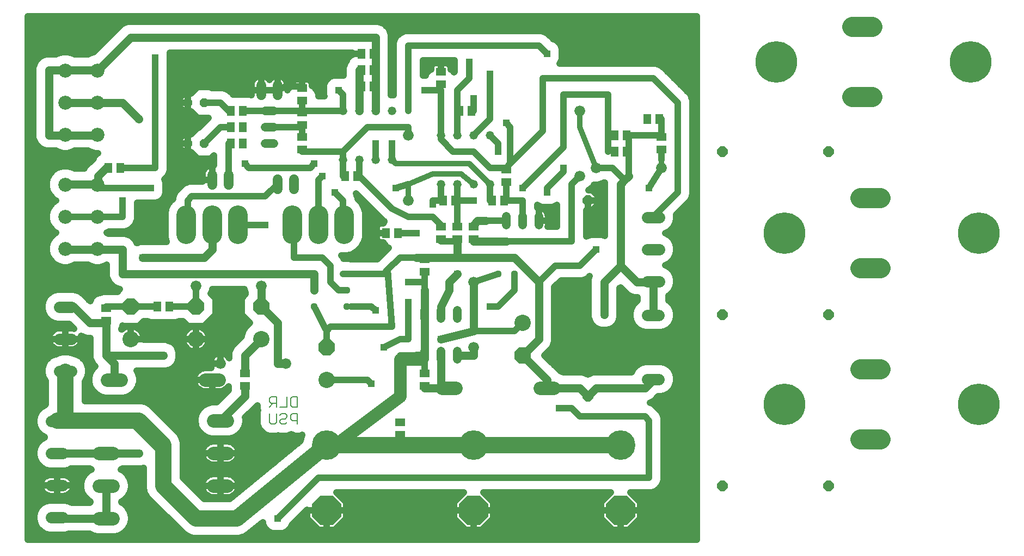
<source format=gbl>
G75*
%MOIN*%
%OFA0B0*%
%FSLAX25Y25*%
%IPPOS*%
%LPD*%
%AMOC8*
5,1,8,0,0,1.08239X$1,22.5*
%
%ADD10C,0.00600*%
%ADD11C,0.18100*%
%ADD12OC8,0.18100*%
%ADD13R,0.05118X0.05906*%
%ADD14R,0.05906X0.05118*%
%ADD15C,0.10000*%
%ADD16OC8,0.10000*%
%ADD17C,0.06600*%
%ADD18C,0.08250*%
%ADD19C,0.05200*%
%ADD20C,0.06000*%
%ADD21OC8,0.05200*%
%ADD22C,0.05200*%
%ADD23C,0.04400*%
%ADD24C,0.08600*%
%ADD25OC8,0.06496*%
%ADD26C,0.11850*%
%ADD27C,0.12400*%
%ADD28C,0.25500*%
%ADD29C,0.07050*%
%ADD30C,0.04000*%
%ADD31C,0.05000*%
%ADD32R,0.03962X0.03962*%
%ADD33C,0.10000*%
%ADD34C,0.07600*%
%ADD35C,0.03200*%
D10*
X0193039Y0101868D02*
X0194106Y0100800D01*
X0196241Y0100800D01*
X0197309Y0101868D01*
X0197309Y0107205D01*
X0199484Y0106138D02*
X0200552Y0107205D01*
X0202687Y0107205D01*
X0203755Y0106138D01*
X0203755Y0105070D01*
X0202687Y0104003D01*
X0200552Y0104003D01*
X0199484Y0102935D01*
X0199484Y0101868D01*
X0200552Y0100800D01*
X0202687Y0100800D01*
X0203755Y0101868D01*
X0205930Y0104003D02*
X0206997Y0102935D01*
X0210200Y0102935D01*
X0210200Y0100800D02*
X0210200Y0107205D01*
X0206997Y0107205D01*
X0205930Y0106138D01*
X0205930Y0104003D01*
X0206997Y0111300D02*
X0205930Y0112368D01*
X0205930Y0116638D01*
X0206997Y0117705D01*
X0210200Y0117705D01*
X0210200Y0111300D01*
X0206997Y0111300D01*
X0203755Y0111300D02*
X0199484Y0111300D01*
X0197309Y0111300D02*
X0197309Y0117705D01*
X0194106Y0117705D01*
X0193039Y0116638D01*
X0193039Y0114503D01*
X0194106Y0113435D01*
X0197309Y0113435D01*
X0195174Y0113435D02*
X0193039Y0111300D01*
X0193039Y0107205D02*
X0193039Y0101868D01*
X0203755Y0111300D02*
X0203755Y0117705D01*
D11*
X0228000Y0088000D03*
X0318000Y0088000D03*
X0408000Y0088000D03*
D12*
X0408000Y0048000D03*
X0318000Y0048000D03*
X0228000Y0048000D03*
D13*
X0131740Y0173000D03*
X0124260Y0173000D03*
X0239260Y0253000D03*
X0246740Y0253000D03*
X0299260Y0238000D03*
X0306740Y0238000D03*
X0329260Y0238000D03*
X0336740Y0238000D03*
X0404260Y0268000D03*
X0411740Y0268000D03*
X0411740Y0278000D03*
X0404260Y0278000D03*
X0424260Y0288000D03*
X0431740Y0288000D03*
X0316740Y0293000D03*
X0309260Y0293000D03*
X0256740Y0308000D03*
X0249260Y0308000D03*
X0249260Y0318000D03*
X0256740Y0318000D03*
X0256740Y0328000D03*
X0249260Y0328000D03*
X0176740Y0293000D03*
X0169260Y0293000D03*
X0169260Y0283000D03*
X0176740Y0283000D03*
X0176740Y0273000D03*
X0169260Y0273000D03*
X0101740Y0258000D03*
X0094260Y0258000D03*
X0264260Y0218000D03*
X0271740Y0218000D03*
D14*
X0288000Y0201740D03*
X0288000Y0194260D03*
X0298000Y0214260D03*
X0308000Y0214260D03*
X0308000Y0221740D03*
X0298000Y0221740D03*
X0318000Y0221740D03*
X0318000Y0214260D03*
X0338000Y0249260D03*
X0338000Y0256740D03*
X0298000Y0309260D03*
X0298000Y0316740D03*
X0213000Y0306740D03*
X0213000Y0299260D03*
X0213000Y0291740D03*
X0213000Y0284260D03*
X0213000Y0276740D03*
X0213000Y0269260D03*
X0093000Y0171740D03*
X0093000Y0164260D03*
X0178000Y0131740D03*
X0178000Y0124260D03*
X0273000Y0101740D03*
X0273000Y0094260D03*
X0288000Y0124260D03*
X0288000Y0131740D03*
X0433000Y0269260D03*
X0433000Y0276740D03*
D15*
X0348000Y0163000D03*
X0228000Y0128000D03*
X0188000Y0153000D03*
X0148000Y0153000D03*
X0108000Y0153000D03*
D16*
X0108000Y0173000D03*
X0148000Y0173000D03*
X0188000Y0173000D03*
X0228000Y0148000D03*
X0348000Y0143000D03*
D17*
X0318000Y0148000D03*
X0318000Y0188000D03*
X0278000Y0238000D03*
X0278000Y0278000D03*
X0383000Y0293000D03*
X0393000Y0258000D03*
X0383000Y0253000D03*
X0433000Y0258000D03*
X0203000Y0138000D03*
X0163000Y0138000D03*
X0148000Y0185500D03*
X0188000Y0185500D03*
D18*
X0162125Y0128000D02*
X0153875Y0128000D01*
X0158875Y0103000D02*
X0167125Y0103000D01*
X0167125Y0083000D02*
X0158875Y0083000D01*
X0158875Y0063000D02*
X0167125Y0063000D01*
X0167125Y0043000D02*
X0158875Y0043000D01*
X0097125Y0043000D02*
X0088875Y0043000D01*
X0088875Y0063000D02*
X0097125Y0063000D01*
X0097125Y0083000D02*
X0088875Y0083000D01*
X0088875Y0103000D02*
X0097125Y0103000D01*
X0093875Y0128000D02*
X0102125Y0128000D01*
X0298875Y0123000D02*
X0307125Y0123000D01*
X0358875Y0123000D02*
X0367125Y0123000D01*
D19*
X0328000Y0248000D03*
X0318000Y0248000D03*
X0308000Y0248000D03*
X0298000Y0248000D03*
X0268000Y0263000D03*
X0258000Y0263000D03*
X0248000Y0263000D03*
X0238000Y0263000D03*
X0238000Y0293000D03*
X0248000Y0293000D03*
X0258000Y0293000D03*
X0268000Y0293000D03*
X0298000Y0278000D03*
X0308000Y0278000D03*
X0318000Y0278000D03*
X0328000Y0278000D03*
D20*
X0208000Y0251000D02*
X0208000Y0245000D01*
X0198000Y0245000D02*
X0198000Y0251000D01*
X0168000Y0253500D02*
X0168000Y0247500D01*
X0158000Y0247500D02*
X0158000Y0253500D01*
X0188000Y0302500D02*
X0188000Y0308500D01*
X0198000Y0308500D02*
X0198000Y0302500D01*
D21*
X0153000Y0298000D03*
X0143000Y0298000D03*
X0143000Y0273000D03*
X0153000Y0273000D03*
D22*
X0190400Y0273000D02*
X0195600Y0273000D01*
X0195600Y0283000D02*
X0190400Y0283000D01*
X0190400Y0293000D02*
X0195600Y0293000D01*
X0338000Y0228100D02*
X0338000Y0222900D01*
X0348000Y0222900D02*
X0348000Y0228100D01*
X0358000Y0228100D02*
X0358000Y0222900D01*
X0308000Y0170600D02*
X0308000Y0165400D01*
X0298000Y0165400D02*
X0298000Y0170600D01*
X0288000Y0170600D02*
X0288000Y0165400D01*
X0288000Y0145600D02*
X0288000Y0140400D01*
X0298000Y0140400D02*
X0298000Y0145600D01*
X0308000Y0145600D02*
X0308000Y0140400D01*
D23*
X0240500Y0173000D03*
X0240500Y0183000D03*
X0240500Y0193000D03*
X0220500Y0193000D03*
X0220500Y0183000D03*
X0220500Y0173000D03*
X0333000Y0193000D03*
X0343000Y0193000D03*
X0353000Y0193000D03*
D24*
X0087685Y0208315D03*
X0068000Y0208315D03*
X0068000Y0228000D03*
X0087685Y0228000D03*
X0087685Y0247685D03*
X0068000Y0247685D03*
X0068000Y0278315D03*
X0087685Y0278315D03*
X0087685Y0298000D03*
X0068000Y0298000D03*
X0068000Y0317685D03*
X0087685Y0317685D03*
D25*
X0388000Y0238000D03*
X0470500Y0268000D03*
X0535500Y0268000D03*
X0535500Y0168000D03*
X0470500Y0168000D03*
X0388000Y0118000D03*
X0470500Y0063000D03*
X0535500Y0063000D03*
D26*
X0238800Y0217075D02*
X0238800Y0228925D01*
X0223000Y0228925D02*
X0223000Y0217075D01*
X0207200Y0217075D02*
X0207200Y0228925D01*
X0173800Y0228925D02*
X0173800Y0217075D01*
X0158000Y0217075D02*
X0158000Y0228925D01*
X0142200Y0228925D02*
X0142200Y0217075D01*
D27*
X0549800Y0301500D02*
X0562200Y0301500D01*
X0562200Y0344500D02*
X0549800Y0344500D01*
X0554800Y0239500D02*
X0567200Y0239500D01*
X0567200Y0196500D02*
X0554800Y0196500D01*
X0554800Y0134500D02*
X0567200Y0134500D01*
X0567200Y0091500D02*
X0554800Y0091500D01*
D28*
X0508500Y0113000D03*
X0627500Y0113000D03*
X0627500Y0218000D03*
X0508500Y0218000D03*
X0503500Y0323000D03*
X0622500Y0323000D03*
D29*
X0431604Y0227685D02*
X0424554Y0227685D01*
X0424554Y0208000D02*
X0431604Y0208000D01*
X0431604Y0188315D02*
X0424554Y0188315D01*
X0424475Y0167685D02*
X0431525Y0167685D01*
X0431525Y0128315D02*
X0424475Y0128315D01*
X0071604Y0133315D02*
X0064554Y0133315D01*
X0064554Y0153000D02*
X0071604Y0153000D01*
X0071604Y0172685D02*
X0064554Y0172685D01*
X0066525Y0102528D02*
X0059475Y0102528D01*
X0059475Y0082843D02*
X0066525Y0082843D01*
X0066525Y0063157D02*
X0059475Y0063157D01*
X0059475Y0043472D02*
X0066525Y0043472D01*
D30*
X0045000Y0030000D02*
X0045000Y0350961D01*
X0454701Y0350961D01*
X0454701Y0030000D01*
X0045000Y0030000D01*
X0045000Y0033000D02*
X0057893Y0033000D01*
X0058089Y0032947D02*
X0067911Y0032947D01*
X0069973Y0033500D01*
X0083079Y0033500D01*
X0084581Y0032633D01*
X0087410Y0031875D01*
X0098590Y0031875D01*
X0101419Y0032633D01*
X0103956Y0034098D01*
X0106027Y0036169D01*
X0107492Y0038706D01*
X0108250Y0041535D01*
X0108250Y0044465D01*
X0107492Y0047294D01*
X0106027Y0049831D01*
X0103956Y0051902D01*
X0102500Y0052743D01*
X0102500Y0053257D01*
X0103956Y0054098D01*
X0106027Y0056169D01*
X0107492Y0058706D01*
X0108250Y0061535D01*
X0108250Y0064465D01*
X0107492Y0067294D01*
X0106027Y0069831D01*
X0103956Y0071902D01*
X0102054Y0073000D01*
X0102921Y0073500D01*
X0114890Y0073500D01*
X0116000Y0073960D01*
X0116000Y0061420D01*
X0116818Y0058368D01*
X0118398Y0055632D01*
X0140632Y0033398D01*
X0143368Y0031818D01*
X0146420Y0031000D01*
X0172401Y0031000D01*
X0173378Y0030902D01*
X0173975Y0031000D01*
X0174580Y0031000D01*
X0175528Y0031254D01*
X0176496Y0031412D01*
X0177048Y0031661D01*
X0177632Y0031818D01*
X0178482Y0032308D01*
X0179376Y0032712D01*
X0179844Y0033095D01*
X0180368Y0033398D01*
X0181062Y0034091D01*
X0189019Y0040602D01*
X0189019Y0039627D01*
X0190085Y0037054D01*
X0192054Y0035085D01*
X0194627Y0034019D01*
X0196164Y0034019D01*
X0196210Y0034000D01*
X0199790Y0034000D01*
X0199836Y0034019D01*
X0201373Y0034019D01*
X0203946Y0035085D01*
X0205915Y0037054D01*
X0206717Y0038989D01*
X0215950Y0048222D01*
X0215950Y0048000D01*
X0228000Y0048000D01*
X0240050Y0048000D01*
X0240050Y0052991D01*
X0234041Y0059000D01*
X0311959Y0059000D01*
X0305950Y0052991D01*
X0305950Y0048000D01*
X0318000Y0048000D01*
X0330050Y0048000D01*
X0330050Y0052991D01*
X0324041Y0059000D01*
X0401959Y0059000D01*
X0395950Y0052991D01*
X0395950Y0048000D01*
X0408000Y0048000D01*
X0420050Y0048000D01*
X0420050Y0052991D01*
X0414041Y0059000D01*
X0427290Y0059000D01*
X0430598Y0060370D01*
X0433130Y0062902D01*
X0434500Y0066210D01*
X0434500Y0104790D01*
X0433130Y0108098D01*
X0430598Y0110630D01*
X0428098Y0113130D01*
X0426047Y0113979D01*
X0428381Y0114946D01*
X0431225Y0117790D01*
X0432911Y0117790D01*
X0435587Y0118507D01*
X0437987Y0119893D01*
X0439947Y0121852D01*
X0441333Y0124252D01*
X0442050Y0126929D01*
X0442050Y0129701D01*
X0441333Y0132377D01*
X0439947Y0134777D01*
X0437987Y0136737D01*
X0435587Y0138123D01*
X0432911Y0138840D01*
X0423089Y0138840D01*
X0420412Y0138123D01*
X0418012Y0136737D01*
X0416053Y0134777D01*
X0414738Y0132500D01*
X0391110Y0132500D01*
X0388000Y0131212D01*
X0384890Y0132500D01*
X0372920Y0132500D01*
X0371419Y0133367D01*
X0370940Y0133495D01*
X0361435Y0143000D01*
X0363381Y0144946D01*
X0366054Y0147619D01*
X0367500Y0151110D01*
X0367500Y0184772D01*
X0371728Y0189000D01*
X0384790Y0189000D01*
X0388098Y0190370D01*
X0389124Y0191396D01*
X0388500Y0189890D01*
X0388500Y0166110D01*
X0389019Y0164858D01*
X0389019Y0164627D01*
X0390085Y0162054D01*
X0392054Y0160085D01*
X0394627Y0159019D01*
X0394858Y0159019D01*
X0396110Y0158500D01*
X0399890Y0158500D01*
X0401142Y0159019D01*
X0401373Y0159019D01*
X0403946Y0160085D01*
X0405915Y0162054D01*
X0406981Y0164627D01*
X0406981Y0164858D01*
X0407500Y0166110D01*
X0407500Y0184065D01*
X0408000Y0184565D01*
X0409946Y0182619D01*
X0412619Y0179946D01*
X0416110Y0178500D01*
X0418500Y0178500D01*
X0418500Y0176389D01*
X0418012Y0176107D01*
X0416053Y0174148D01*
X0414667Y0171748D01*
X0413950Y0169071D01*
X0413950Y0166299D01*
X0414667Y0163623D01*
X0416053Y0161223D01*
X0418012Y0159263D01*
X0420412Y0157877D01*
X0423089Y0157160D01*
X0432911Y0157160D01*
X0435587Y0157877D01*
X0437987Y0159263D01*
X0439947Y0161223D01*
X0441333Y0163623D01*
X0442050Y0166299D01*
X0442050Y0169071D01*
X0441333Y0171748D01*
X0439947Y0174148D01*
X0437987Y0176107D01*
X0437500Y0176389D01*
X0437500Y0179566D01*
X0438066Y0179893D01*
X0440026Y0181852D01*
X0441411Y0184252D01*
X0442129Y0186929D01*
X0442129Y0189701D01*
X0441411Y0192377D01*
X0440026Y0194777D01*
X0438066Y0196737D01*
X0435666Y0198123D01*
X0435536Y0198157D01*
X0435666Y0198192D01*
X0438066Y0199578D01*
X0440026Y0201537D01*
X0441411Y0203937D01*
X0442129Y0206614D01*
X0442129Y0209386D01*
X0441411Y0212062D01*
X0440026Y0214462D01*
X0438066Y0216422D01*
X0435666Y0217808D01*
X0435536Y0217843D01*
X0435666Y0217877D01*
X0438066Y0219263D01*
X0440026Y0221223D01*
X0441411Y0223623D01*
X0442129Y0226299D01*
X0442129Y0229071D01*
X0442059Y0229331D01*
X0448098Y0235370D01*
X0450630Y0237902D01*
X0452000Y0241210D01*
X0452000Y0299790D01*
X0450630Y0303098D01*
X0435630Y0318098D01*
X0433098Y0320630D01*
X0429790Y0322000D01*
X0370862Y0322000D01*
X0370915Y0322054D01*
X0371981Y0324627D01*
X0371981Y0326164D01*
X0372000Y0326210D01*
X0372000Y0329790D01*
X0371981Y0329836D01*
X0371981Y0331373D01*
X0370915Y0333946D01*
X0368946Y0335915D01*
X0367011Y0336717D01*
X0363098Y0340630D01*
X0359790Y0342000D01*
X0276210Y0342000D01*
X0272902Y0340630D01*
X0270370Y0338098D01*
X0269000Y0334790D01*
X0269000Y0302600D01*
X0267500Y0302600D01*
X0267500Y0339890D01*
X0266054Y0343381D01*
X0263381Y0346054D01*
X0259890Y0347500D01*
X0106110Y0347500D01*
X0102619Y0346054D01*
X0085313Y0328748D01*
X0083323Y0328215D01*
X0082085Y0327500D01*
X0073600Y0327500D01*
X0072362Y0328215D01*
X0069488Y0328985D01*
X0066512Y0328985D01*
X0063638Y0328215D01*
X0062400Y0327500D01*
X0056110Y0327500D01*
X0052619Y0326054D01*
X0049946Y0323381D01*
X0048500Y0319890D01*
X0048500Y0276110D01*
X0049946Y0272619D01*
X0052619Y0269946D01*
X0056110Y0268500D01*
X0062400Y0268500D01*
X0063638Y0267785D01*
X0066512Y0267015D01*
X0069488Y0267015D01*
X0072362Y0267785D01*
X0073600Y0268500D01*
X0082085Y0268500D01*
X0083323Y0267785D01*
X0086197Y0267015D01*
X0088044Y0267015D01*
X0087736Y0266887D01*
X0085766Y0264918D01*
X0085260Y0263695D01*
X0079946Y0258381D01*
X0079581Y0257500D01*
X0073600Y0257500D01*
X0072362Y0258215D01*
X0069488Y0258985D01*
X0066512Y0258985D01*
X0063638Y0258215D01*
X0061062Y0256727D01*
X0058958Y0254623D01*
X0057470Y0252047D01*
X0056700Y0249173D01*
X0056700Y0246197D01*
X0057470Y0243323D01*
X0058958Y0240747D01*
X0061062Y0238643D01*
X0062448Y0237843D01*
X0061062Y0237042D01*
X0058958Y0234938D01*
X0057470Y0232362D01*
X0056700Y0229488D01*
X0056700Y0226512D01*
X0057470Y0223638D01*
X0058958Y0221062D01*
X0061062Y0218958D01*
X0062448Y0218157D01*
X0061062Y0217357D01*
X0058958Y0215253D01*
X0057470Y0212677D01*
X0056700Y0209803D01*
X0056700Y0206827D01*
X0057470Y0203953D01*
X0058958Y0201377D01*
X0061062Y0199273D01*
X0063638Y0197785D01*
X0066512Y0197015D01*
X0069488Y0197015D01*
X0072362Y0197785D01*
X0073600Y0198500D01*
X0082085Y0198500D01*
X0083323Y0197785D01*
X0086197Y0197015D01*
X0089173Y0197015D01*
X0092047Y0197785D01*
X0093285Y0198500D01*
X0093500Y0198500D01*
X0093500Y0191110D01*
X0094946Y0187619D01*
X0097619Y0184946D01*
X0101110Y0183500D01*
X0101529Y0183500D01*
X0100029Y0182000D01*
X0091210Y0182000D01*
X0089518Y0181299D01*
X0088655Y0181299D01*
X0086082Y0180234D01*
X0084113Y0178264D01*
X0083251Y0176184D01*
X0081054Y0178381D01*
X0078381Y0181054D01*
X0077594Y0181380D01*
X0075666Y0182493D01*
X0072989Y0183210D01*
X0063168Y0183210D01*
X0060491Y0182493D01*
X0058091Y0181107D01*
X0056132Y0179148D01*
X0054746Y0176748D01*
X0054029Y0174071D01*
X0054029Y0171299D01*
X0054746Y0168623D01*
X0056132Y0166223D01*
X0058091Y0164263D01*
X0060491Y0162877D01*
X0063168Y0162160D01*
X0070405Y0162160D01*
X0073251Y0159314D01*
X0072879Y0159413D01*
X0072031Y0159525D01*
X0068079Y0159525D01*
X0068079Y0153000D01*
X0078129Y0153000D01*
X0068079Y0153000D01*
X0068079Y0153000D01*
X0068079Y0153000D01*
X0068079Y0146475D01*
X0072031Y0146475D01*
X0072879Y0146587D01*
X0073706Y0146808D01*
X0074496Y0147135D01*
X0075237Y0147563D01*
X0075915Y0148084D01*
X0076520Y0148689D01*
X0077041Y0149367D01*
X0077468Y0150108D01*
X0077796Y0150898D01*
X0078017Y0151724D01*
X0078129Y0152572D01*
X0078129Y0153000D01*
X0078129Y0153428D01*
X0078017Y0154276D01*
X0077865Y0154844D01*
X0081110Y0153500D01*
X0083500Y0153500D01*
X0083500Y0141110D01*
X0084946Y0137619D01*
X0086353Y0136212D01*
X0084973Y0134831D01*
X0083508Y0132294D01*
X0082750Y0129465D01*
X0082750Y0126535D01*
X0083508Y0123706D01*
X0084973Y0121169D01*
X0087044Y0119098D01*
X0089581Y0117633D01*
X0092410Y0116875D01*
X0103590Y0116875D01*
X0106419Y0117633D01*
X0108956Y0119098D01*
X0111027Y0121169D01*
X0112492Y0123706D01*
X0113250Y0126535D01*
X0113250Y0129465D01*
X0112492Y0132294D01*
X0111796Y0133500D01*
X0129890Y0133500D01*
X0131142Y0134019D01*
X0131373Y0134019D01*
X0133946Y0135085D01*
X0135915Y0137054D01*
X0136981Y0139627D01*
X0136981Y0139858D01*
X0137500Y0141110D01*
X0137500Y0144890D01*
X0136981Y0146142D01*
X0136981Y0146373D01*
X0135915Y0148946D01*
X0133946Y0150915D01*
X0131373Y0151981D01*
X0131142Y0151981D01*
X0129890Y0152500D01*
X0116000Y0152500D01*
X0116000Y0153000D01*
X0116000Y0153524D01*
X0115863Y0154564D01*
X0115592Y0155577D01*
X0115190Y0156546D01*
X0114666Y0157454D01*
X0114028Y0158286D01*
X0113286Y0159028D01*
X0112454Y0159666D01*
X0111546Y0160190D01*
X0110577Y0160592D01*
X0109564Y0160863D01*
X0108524Y0161000D01*
X0108000Y0161000D01*
X0108000Y0153000D01*
X0108000Y0153000D01*
X0116000Y0153000D01*
X0108000Y0153000D01*
X0108000Y0153000D01*
X0108000Y0161000D01*
X0107476Y0161000D01*
X0106436Y0160863D01*
X0105423Y0160592D01*
X0104454Y0160190D01*
X0103546Y0159666D01*
X0102714Y0159028D01*
X0102500Y0158814D01*
X0102500Y0159215D01*
X0102953Y0160308D01*
X0102953Y0161077D01*
X0103029Y0161000D01*
X0112971Y0161000D01*
X0115971Y0164000D01*
X0118008Y0164000D01*
X0120308Y0163047D01*
X0135692Y0163047D01*
X0137992Y0164000D01*
X0140029Y0164000D01*
X0143029Y0161000D01*
X0152971Y0161000D01*
X0160000Y0168029D01*
X0160000Y0177971D01*
X0157176Y0180794D01*
X0157598Y0181524D01*
X0158127Y0183500D01*
X0177873Y0183500D01*
X0178402Y0181524D01*
X0178500Y0181354D01*
X0178500Y0180471D01*
X0176000Y0177971D01*
X0176000Y0168029D01*
X0181136Y0162893D01*
X0180632Y0162602D01*
X0178398Y0160368D01*
X0176818Y0157632D01*
X0176000Y0154580D01*
X0176000Y0154435D01*
X0169946Y0148381D01*
X0168500Y0144890D01*
X0168500Y0141083D01*
X0168388Y0141302D01*
X0167805Y0142104D01*
X0167104Y0142805D01*
X0166302Y0143388D01*
X0165418Y0143838D01*
X0164475Y0144145D01*
X0163496Y0144300D01*
X0163000Y0144300D01*
X0163000Y0138000D01*
X0163000Y0138000D01*
X0163000Y0138000D01*
X0156700Y0138000D01*
X0156700Y0138496D01*
X0156855Y0139475D01*
X0157162Y0140418D01*
X0157612Y0141302D01*
X0158195Y0142104D01*
X0158896Y0142805D01*
X0159698Y0143388D01*
X0160582Y0143838D01*
X0161525Y0144145D01*
X0162504Y0144300D01*
X0163000Y0144300D01*
X0163000Y0138000D01*
X0156700Y0138000D01*
X0156700Y0137504D01*
X0156855Y0136525D01*
X0157162Y0135582D01*
X0157394Y0135125D01*
X0153408Y0135125D01*
X0152482Y0135003D01*
X0151580Y0134761D01*
X0150717Y0134404D01*
X0149908Y0133937D01*
X0149167Y0133368D01*
X0148507Y0132708D01*
X0147938Y0131967D01*
X0147471Y0131158D01*
X0147114Y0130295D01*
X0146872Y0129393D01*
X0146750Y0128467D01*
X0146750Y0128000D01*
X0158000Y0128000D01*
X0158000Y0120875D01*
X0162592Y0120875D01*
X0163518Y0120997D01*
X0164420Y0121239D01*
X0165283Y0121596D01*
X0166092Y0122063D01*
X0166833Y0122632D01*
X0167493Y0123292D01*
X0168047Y0124014D01*
X0168047Y0121482D01*
X0160690Y0114125D01*
X0157410Y0114125D01*
X0154581Y0113367D01*
X0152044Y0111902D01*
X0149973Y0109831D01*
X0148508Y0107294D01*
X0147750Y0104465D01*
X0147750Y0101535D01*
X0148508Y0098706D01*
X0149973Y0096169D01*
X0152044Y0094098D01*
X0154581Y0092633D01*
X0157410Y0091875D01*
X0168590Y0091875D01*
X0171419Y0092633D01*
X0173956Y0094098D01*
X0176027Y0096169D01*
X0177492Y0098706D01*
X0178250Y0101535D01*
X0178250Y0104465D01*
X0178176Y0104741D01*
X0183381Y0109946D01*
X0185739Y0112304D01*
X0185739Y0109848D01*
X0185985Y0109253D01*
X0185739Y0108658D01*
X0185739Y0103320D01*
X0185739Y0103320D01*
X0185739Y0101883D01*
X0185739Y0100416D01*
X0185739Y0100415D01*
X0186246Y0099192D01*
X0186850Y0097732D01*
X0187874Y0096708D01*
X0188904Y0095679D01*
X0188947Y0095636D01*
X0189971Y0094611D01*
X0192035Y0093757D01*
X0192654Y0093500D01*
X0192654Y0093500D01*
X0192654Y0093500D01*
X0194122Y0093500D01*
X0197693Y0093500D01*
X0198397Y0093791D01*
X0198417Y0093783D01*
X0199100Y0093500D01*
X0200536Y0093500D01*
X0204139Y0093500D01*
X0206443Y0094455D01*
X0208748Y0093500D01*
X0211652Y0093500D01*
X0213008Y0094062D01*
X0212039Y0090446D01*
X0168716Y0055000D01*
X0152971Y0055000D01*
X0140000Y0067971D01*
X0140000Y0089580D01*
X0139182Y0092632D01*
X0137602Y0095368D01*
X0122602Y0110368D01*
X0120368Y0112602D01*
X0117632Y0114182D01*
X0114580Y0115000D01*
X0080000Y0115000D01*
X0080000Y0126827D01*
X0080026Y0126852D01*
X0081411Y0129252D01*
X0082129Y0131929D01*
X0082129Y0134701D01*
X0081411Y0137377D01*
X0080026Y0139777D01*
X0078066Y0141737D01*
X0075666Y0143123D01*
X0073428Y0143722D01*
X0072632Y0144182D01*
X0069580Y0145000D01*
X0066420Y0145000D01*
X0063368Y0144182D01*
X0062435Y0143644D01*
X0060491Y0143123D01*
X0058091Y0141737D01*
X0056132Y0139777D01*
X0054746Y0137377D01*
X0054029Y0134701D01*
X0054029Y0131929D01*
X0054746Y0129252D01*
X0056000Y0127080D01*
X0056000Y0112815D01*
X0055632Y0112602D01*
X0055300Y0112270D01*
X0053012Y0110950D01*
X0051053Y0108990D01*
X0049667Y0106590D01*
X0048950Y0103913D01*
X0048950Y0101142D01*
X0049667Y0098465D01*
X0051053Y0096065D01*
X0053012Y0094105D01*
X0055412Y0092720D01*
X0055542Y0092685D01*
X0055412Y0092650D01*
X0053012Y0091265D01*
X0051053Y0089305D01*
X0049667Y0086905D01*
X0048950Y0084228D01*
X0048950Y0081457D01*
X0049667Y0078780D01*
X0051053Y0076380D01*
X0053012Y0074420D01*
X0055412Y0073035D01*
X0058089Y0072318D01*
X0067911Y0072318D01*
X0070587Y0073035D01*
X0071393Y0073500D01*
X0083079Y0073500D01*
X0083946Y0073000D01*
X0082044Y0071902D01*
X0079973Y0069831D01*
X0078508Y0067294D01*
X0077750Y0064465D01*
X0077750Y0061535D01*
X0078508Y0058706D01*
X0079973Y0056169D01*
X0082044Y0054098D01*
X0083500Y0053257D01*
X0083500Y0052743D01*
X0083079Y0052500D01*
X0071939Y0052500D01*
X0070587Y0053280D01*
X0067911Y0053997D01*
X0058089Y0053997D01*
X0055412Y0053280D01*
X0053012Y0051895D01*
X0051053Y0049935D01*
X0049667Y0047535D01*
X0048950Y0044858D01*
X0048950Y0042087D01*
X0049667Y0039410D01*
X0051053Y0037010D01*
X0053012Y0035050D01*
X0055412Y0033665D01*
X0058089Y0032947D01*
X0051064Y0036999D02*
X0045000Y0036999D01*
X0045000Y0040997D02*
X0049242Y0040997D01*
X0048987Y0044996D02*
X0045000Y0044996D01*
X0045000Y0048994D02*
X0050510Y0048994D01*
X0054914Y0052993D02*
X0045000Y0052993D01*
X0045000Y0056991D02*
X0057311Y0056991D01*
X0057373Y0056966D02*
X0058199Y0056744D01*
X0059047Y0056632D01*
X0063000Y0056632D01*
X0066953Y0056632D01*
X0067801Y0056744D01*
X0068627Y0056966D01*
X0069417Y0057293D01*
X0070158Y0057720D01*
X0070836Y0058241D01*
X0071441Y0058846D01*
X0071962Y0059525D01*
X0072390Y0060265D01*
X0072717Y0061056D01*
X0072938Y0061882D01*
X0073050Y0062730D01*
X0073050Y0063157D01*
X0063000Y0063157D01*
X0063000Y0056632D01*
X0063000Y0063157D01*
X0063000Y0063157D01*
X0052950Y0063157D01*
X0052950Y0062730D01*
X0053062Y0061882D01*
X0053283Y0061056D01*
X0053610Y0060265D01*
X0054038Y0059525D01*
X0054559Y0058846D01*
X0055164Y0058241D01*
X0055842Y0057720D01*
X0056583Y0057293D01*
X0057373Y0056966D01*
X0063000Y0056991D02*
X0063000Y0056991D01*
X0063000Y0060990D02*
X0063000Y0060990D01*
X0063000Y0063157D02*
X0063000Y0063158D01*
X0063000Y0069682D01*
X0059047Y0069682D01*
X0058199Y0069571D01*
X0057373Y0069349D01*
X0056583Y0069022D01*
X0055842Y0068594D01*
X0055164Y0068074D01*
X0054559Y0067469D01*
X0054038Y0066790D01*
X0053610Y0066050D01*
X0053283Y0065259D01*
X0053062Y0064433D01*
X0052950Y0063585D01*
X0052950Y0063158D01*
X0063000Y0063158D01*
X0063000Y0063158D01*
X0063000Y0069682D01*
X0066953Y0069682D01*
X0067801Y0069571D01*
X0068627Y0069349D01*
X0069417Y0069022D01*
X0070158Y0068594D01*
X0070836Y0068074D01*
X0071441Y0067469D01*
X0071962Y0066790D01*
X0072390Y0066050D01*
X0072717Y0065259D01*
X0072938Y0064433D01*
X0073050Y0063585D01*
X0073050Y0063158D01*
X0063000Y0063158D01*
X0063000Y0063157D01*
X0063000Y0064988D02*
X0063000Y0064988D01*
X0063000Y0068987D02*
X0063000Y0068987D01*
X0056521Y0068987D02*
X0045000Y0068987D01*
X0045000Y0072985D02*
X0055598Y0072985D01*
X0050704Y0076984D02*
X0045000Y0076984D01*
X0045000Y0080982D02*
X0049077Y0080982D01*
X0049152Y0084981D02*
X0045000Y0084981D01*
X0045000Y0088979D02*
X0050865Y0088979D01*
X0054966Y0092978D02*
X0045000Y0092978D01*
X0045000Y0096976D02*
X0050527Y0096976D01*
X0048995Y0100975D02*
X0045000Y0100975D01*
X0045000Y0104973D02*
X0049234Y0104973D01*
X0051042Y0108972D02*
X0045000Y0108972D01*
X0045000Y0112970D02*
X0056000Y0112970D01*
X0056000Y0116969D02*
X0045000Y0116969D01*
X0045000Y0120967D02*
X0056000Y0120967D01*
X0056000Y0124966D02*
X0045000Y0124966D01*
X0045000Y0128964D02*
X0054912Y0128964D01*
X0054029Y0132963D02*
X0045000Y0132963D01*
X0045000Y0136961D02*
X0054634Y0136961D01*
X0057314Y0140960D02*
X0045000Y0140960D01*
X0045000Y0144958D02*
X0066265Y0144958D01*
X0068079Y0146475D02*
X0068079Y0153000D01*
X0068079Y0153000D01*
X0068079Y0159525D01*
X0064126Y0159525D01*
X0063278Y0159413D01*
X0062452Y0159192D01*
X0061662Y0158865D01*
X0060921Y0158437D01*
X0060242Y0157916D01*
X0059637Y0157311D01*
X0059117Y0156633D01*
X0058689Y0155892D01*
X0058362Y0155102D01*
X0058140Y0154276D01*
X0058029Y0153428D01*
X0058029Y0153000D01*
X0058029Y0152572D01*
X0058140Y0151724D01*
X0058362Y0150898D01*
X0058689Y0150108D01*
X0059117Y0149367D01*
X0059637Y0148689D01*
X0060242Y0148084D01*
X0060921Y0147563D01*
X0061662Y0147135D01*
X0062452Y0146808D01*
X0063278Y0146587D01*
X0064126Y0146475D01*
X0068079Y0146475D01*
X0069735Y0144958D02*
X0083500Y0144958D01*
X0083562Y0140960D02*
X0078843Y0140960D01*
X0081523Y0136961D02*
X0085604Y0136961D01*
X0083894Y0132963D02*
X0082129Y0132963D01*
X0082750Y0128964D02*
X0081245Y0128964D01*
X0080000Y0124966D02*
X0083171Y0124966D01*
X0085175Y0120967D02*
X0080000Y0120967D01*
X0080000Y0116969D02*
X0092061Y0116969D01*
X0103939Y0116969D02*
X0163534Y0116969D01*
X0163293Y0120967D02*
X0167532Y0120967D01*
X0158000Y0120967D02*
X0158000Y0120967D01*
X0158000Y0120875D02*
X0158000Y0128000D01*
X0158000Y0128000D01*
X0158000Y0128000D01*
X0146750Y0128000D01*
X0146750Y0127533D01*
X0146872Y0126607D01*
X0147114Y0125705D01*
X0147471Y0124842D01*
X0147938Y0124033D01*
X0148507Y0123292D01*
X0149167Y0122632D01*
X0149908Y0122063D01*
X0150717Y0121596D01*
X0151580Y0121239D01*
X0152482Y0120997D01*
X0153408Y0120875D01*
X0158000Y0120875D01*
X0158000Y0124966D02*
X0158000Y0124966D01*
X0152707Y0120967D02*
X0110825Y0120967D01*
X0112829Y0124966D02*
X0147420Y0124966D01*
X0146815Y0128964D02*
X0113250Y0128964D01*
X0112106Y0132963D02*
X0148762Y0132963D01*
X0156786Y0136961D02*
X0135823Y0136961D01*
X0137438Y0140960D02*
X0157437Y0140960D01*
X0163000Y0140960D02*
X0163000Y0140960D01*
X0168528Y0144958D02*
X0137472Y0144958D01*
X0135905Y0148957D02*
X0141097Y0148957D01*
X0141334Y0148546D02*
X0141972Y0147714D01*
X0142714Y0146972D01*
X0143546Y0146334D01*
X0144454Y0145810D01*
X0145423Y0145408D01*
X0146436Y0145137D01*
X0147476Y0145000D01*
X0148000Y0145000D01*
X0148524Y0145000D01*
X0149564Y0145137D01*
X0150577Y0145408D01*
X0151546Y0145810D01*
X0152454Y0146334D01*
X0153286Y0146972D01*
X0154028Y0147714D01*
X0154666Y0148546D01*
X0155190Y0149454D01*
X0155592Y0150423D01*
X0155863Y0151436D01*
X0156000Y0152476D01*
X0156000Y0153000D01*
X0156000Y0153524D01*
X0155863Y0154564D01*
X0155592Y0155577D01*
X0155190Y0156546D01*
X0154666Y0157454D01*
X0154028Y0158286D01*
X0153286Y0159028D01*
X0152454Y0159666D01*
X0151546Y0160190D01*
X0150577Y0160592D01*
X0149564Y0160863D01*
X0148524Y0161000D01*
X0148000Y0161000D01*
X0148000Y0153000D01*
X0148000Y0153000D01*
X0156000Y0153000D01*
X0148000Y0153000D01*
X0148000Y0153000D01*
X0148000Y0153000D01*
X0140000Y0153000D01*
X0140000Y0153524D01*
X0140137Y0154564D01*
X0140408Y0155577D01*
X0140810Y0156546D01*
X0141334Y0157454D01*
X0141972Y0158286D01*
X0142714Y0159028D01*
X0143546Y0159666D01*
X0144454Y0160190D01*
X0145423Y0160592D01*
X0146436Y0160863D01*
X0147476Y0161000D01*
X0148000Y0161000D01*
X0148000Y0153000D01*
X0148000Y0145000D01*
X0148000Y0153000D01*
X0148000Y0153000D01*
X0140000Y0153000D01*
X0140000Y0152476D01*
X0140137Y0151436D01*
X0140408Y0150423D01*
X0140810Y0149454D01*
X0141334Y0148546D01*
X0140000Y0152955D02*
X0116000Y0152955D01*
X0114955Y0156954D02*
X0141045Y0156954D01*
X0148000Y0156954D02*
X0148000Y0156954D01*
X0148000Y0160952D02*
X0148000Y0160952D01*
X0147114Y0160952D02*
X0108886Y0160952D01*
X0108000Y0160952D02*
X0108000Y0160952D01*
X0107114Y0160952D02*
X0102953Y0160952D01*
X0108000Y0156954D02*
X0108000Y0156954D01*
X0083500Y0152955D02*
X0078129Y0152955D01*
X0076726Y0148957D02*
X0083500Y0148957D01*
X0068079Y0148957D02*
X0068079Y0148957D01*
X0068079Y0152955D02*
X0068079Y0152955D01*
X0068079Y0153000D02*
X0058029Y0153000D01*
X0068079Y0153000D01*
X0068079Y0153000D01*
X0068079Y0156954D02*
X0068079Y0156954D01*
X0071613Y0160952D02*
X0045000Y0160952D01*
X0045000Y0156954D02*
X0059363Y0156954D01*
X0058029Y0152955D02*
X0045000Y0152955D01*
X0045000Y0148957D02*
X0059432Y0148957D01*
X0057403Y0164951D02*
X0045000Y0164951D01*
X0045000Y0168949D02*
X0054658Y0168949D01*
X0054029Y0172948D02*
X0045000Y0172948D01*
X0045000Y0176946D02*
X0054861Y0176946D01*
X0057929Y0180945D02*
X0045000Y0180945D01*
X0045000Y0184943D02*
X0097626Y0184943D01*
X0094398Y0188942D02*
X0045000Y0188942D01*
X0045000Y0192940D02*
X0093500Y0192940D01*
X0093500Y0196939D02*
X0045000Y0196939D01*
X0045000Y0200937D02*
X0059397Y0200937D01*
X0057207Y0204936D02*
X0045000Y0204936D01*
X0045000Y0208934D02*
X0056700Y0208934D01*
X0057618Y0212933D02*
X0045000Y0212933D01*
X0045000Y0216932D02*
X0060636Y0216932D01*
X0059089Y0220930D02*
X0045000Y0220930D01*
X0045000Y0224929D02*
X0057124Y0224929D01*
X0056700Y0228927D02*
X0045000Y0228927D01*
X0045000Y0232926D02*
X0057796Y0232926D01*
X0060943Y0236924D02*
X0045000Y0236924D01*
X0045000Y0240923D02*
X0058856Y0240923D01*
X0057042Y0244921D02*
X0045000Y0244921D01*
X0045000Y0248920D02*
X0056700Y0248920D01*
X0057973Y0252918D02*
X0045000Y0252918D01*
X0045000Y0256917D02*
X0061390Y0256917D01*
X0055115Y0268912D02*
X0045000Y0268912D01*
X0045000Y0264914D02*
X0085765Y0264914D01*
X0082480Y0260915D02*
X0045000Y0260915D01*
X0045000Y0272911D02*
X0049825Y0272911D01*
X0048500Y0276909D02*
X0045000Y0276909D01*
X0045000Y0280908D02*
X0048500Y0280908D01*
X0048500Y0284906D02*
X0045000Y0284906D01*
X0045000Y0288905D02*
X0048500Y0288905D01*
X0048500Y0292903D02*
X0045000Y0292903D01*
X0045000Y0296902D02*
X0048500Y0296902D01*
X0048500Y0300900D02*
X0045000Y0300900D01*
X0045000Y0304899D02*
X0048500Y0304899D01*
X0048500Y0308897D02*
X0045000Y0308897D01*
X0045000Y0312896D02*
X0048500Y0312896D01*
X0048500Y0316894D02*
X0045000Y0316894D01*
X0045000Y0320893D02*
X0048916Y0320893D01*
X0051456Y0324891D02*
X0045000Y0324891D01*
X0045000Y0328890D02*
X0066157Y0328890D01*
X0069843Y0328890D02*
X0085455Y0328890D01*
X0089453Y0332888D02*
X0045000Y0332888D01*
X0045000Y0336887D02*
X0093452Y0336887D01*
X0097450Y0340885D02*
X0045000Y0340885D01*
X0045000Y0344884D02*
X0101449Y0344884D01*
X0123000Y0325500D02*
X0123000Y0258000D01*
X0103000Y0258000D01*
X0088000Y0245500D02*
X0120500Y0245500D01*
X0129481Y0248873D02*
X0128638Y0250910D01*
X0130630Y0252902D01*
X0132000Y0256210D01*
X0132000Y0327290D01*
X0131981Y0327336D01*
X0131981Y0328500D01*
X0243701Y0328500D01*
X0243701Y0328000D01*
X0243701Y0327287D01*
X0242736Y0326887D01*
X0240766Y0324918D01*
X0240260Y0323695D01*
X0239946Y0323381D01*
X0238500Y0319890D01*
X0238500Y0314481D01*
X0237336Y0314481D01*
X0237290Y0314500D01*
X0233710Y0314500D01*
X0233664Y0314481D01*
X0232127Y0314481D01*
X0229554Y0313415D01*
X0227585Y0311446D01*
X0226519Y0308873D01*
X0226519Y0307336D01*
X0226500Y0307290D01*
X0226500Y0303710D01*
X0226519Y0303664D01*
X0226519Y0302127D01*
X0226571Y0302000D01*
X0222953Y0302000D01*
X0222953Y0303211D01*
X0221887Y0305784D01*
X0219918Y0307753D01*
X0218953Y0308153D01*
X0218953Y0309595D01*
X0218837Y0310174D01*
X0218611Y0310720D01*
X0218283Y0311212D01*
X0217865Y0311629D01*
X0217374Y0311958D01*
X0216828Y0312184D01*
X0216248Y0312299D01*
X0213000Y0312299D01*
X0213000Y0308819D01*
X0213000Y0308819D01*
X0213000Y0312299D01*
X0209752Y0312299D01*
X0209172Y0312184D01*
X0208626Y0311958D01*
X0208135Y0311629D01*
X0207717Y0311212D01*
X0207389Y0310720D01*
X0207163Y0310174D01*
X0207047Y0309595D01*
X0207047Y0308153D01*
X0206082Y0307753D01*
X0204113Y0305784D01*
X0204000Y0305511D01*
X0204000Y0308972D01*
X0203852Y0309905D01*
X0203560Y0310803D01*
X0203132Y0311645D01*
X0202577Y0312409D01*
X0201909Y0313077D01*
X0201145Y0313632D01*
X0200303Y0314060D01*
X0199405Y0314352D01*
X0198472Y0314500D01*
X0198000Y0314500D01*
X0198000Y0305500D01*
X0203000Y0308000D01*
X0213000Y0308000D01*
X0213000Y0308897D02*
X0213000Y0308897D01*
X0218953Y0308897D02*
X0226529Y0308897D01*
X0226500Y0304899D02*
X0222254Y0304899D01*
X0229034Y0312896D02*
X0202089Y0312896D01*
X0198000Y0312896D02*
X0198000Y0312896D01*
X0198000Y0314500D02*
X0197528Y0314500D01*
X0196595Y0314352D01*
X0195697Y0314060D01*
X0194855Y0313632D01*
X0194091Y0313077D01*
X0193423Y0312409D01*
X0193000Y0311826D01*
X0192577Y0312409D01*
X0191909Y0313077D01*
X0191145Y0313632D01*
X0190303Y0314060D01*
X0189405Y0314352D01*
X0188472Y0314500D01*
X0188000Y0314500D01*
X0188000Y0305500D01*
X0188000Y0305500D01*
X0194000Y0305500D01*
X0198000Y0305500D01*
X0198000Y0305500D01*
X0198000Y0314500D01*
X0193911Y0312896D02*
X0192089Y0312896D01*
X0188000Y0312896D02*
X0188000Y0312896D01*
X0188000Y0314500D02*
X0187528Y0314500D01*
X0186595Y0314352D01*
X0185697Y0314060D01*
X0184855Y0313632D01*
X0184091Y0313077D01*
X0183423Y0312409D01*
X0182868Y0311645D01*
X0182440Y0310803D01*
X0182148Y0309905D01*
X0182000Y0308972D01*
X0182000Y0305500D01*
X0188000Y0305500D01*
X0188000Y0305500D01*
X0188000Y0305500D01*
X0188000Y0314500D01*
X0183911Y0312896D02*
X0132000Y0312896D01*
X0132000Y0316894D02*
X0238500Y0316894D01*
X0238916Y0320893D02*
X0132000Y0320893D01*
X0132000Y0324891D02*
X0240755Y0324891D01*
X0243701Y0328000D02*
X0247181Y0328000D01*
X0247181Y0328000D01*
X0243701Y0328000D01*
X0267500Y0328890D02*
X0269000Y0328890D01*
X0269000Y0332888D02*
X0267500Y0332888D01*
X0267500Y0336887D02*
X0269868Y0336887D01*
X0267088Y0340885D02*
X0273519Y0340885D01*
X0278000Y0333000D02*
X0358000Y0333000D01*
X0363000Y0328000D01*
X0372000Y0328890D02*
X0454701Y0328890D01*
X0454701Y0332888D02*
X0371354Y0332888D01*
X0366841Y0336887D02*
X0454701Y0336887D01*
X0454701Y0340885D02*
X0362481Y0340885D01*
X0371981Y0324891D02*
X0454701Y0324891D01*
X0454701Y0320893D02*
X0432463Y0320893D01*
X0436834Y0316894D02*
X0454701Y0316894D01*
X0454701Y0312896D02*
X0440832Y0312896D01*
X0444831Y0308897D02*
X0454701Y0308897D01*
X0454701Y0304899D02*
X0448829Y0304899D01*
X0451540Y0300900D02*
X0454701Y0300900D01*
X0454701Y0296902D02*
X0452000Y0296902D01*
X0452000Y0292903D02*
X0454701Y0292903D01*
X0454701Y0288905D02*
X0452000Y0288905D01*
X0452000Y0284906D02*
X0454701Y0284906D01*
X0454701Y0280908D02*
X0452000Y0280908D01*
X0452000Y0276909D02*
X0454701Y0276909D01*
X0454701Y0272911D02*
X0452000Y0272911D01*
X0452000Y0268912D02*
X0454701Y0268912D01*
X0454701Y0264914D02*
X0452000Y0264914D01*
X0452000Y0260915D02*
X0454701Y0260915D01*
X0454701Y0256917D02*
X0452000Y0256917D01*
X0452000Y0252918D02*
X0454701Y0252918D01*
X0454701Y0248920D02*
X0452000Y0248920D01*
X0452000Y0244921D02*
X0454701Y0244921D01*
X0454701Y0240923D02*
X0451881Y0240923D01*
X0449652Y0236924D02*
X0454701Y0236924D01*
X0448098Y0235370D02*
X0448098Y0235370D01*
X0445653Y0232926D02*
X0454701Y0232926D01*
X0454701Y0228927D02*
X0442129Y0228927D01*
X0441761Y0224929D02*
X0454701Y0224929D01*
X0454701Y0220930D02*
X0439733Y0220930D01*
X0437184Y0216932D02*
X0454701Y0216932D01*
X0454701Y0212933D02*
X0440909Y0212933D01*
X0442129Y0208934D02*
X0454701Y0208934D01*
X0454701Y0204936D02*
X0441679Y0204936D01*
X0439426Y0200937D02*
X0454701Y0200937D01*
X0454701Y0196939D02*
X0437717Y0196939D01*
X0441086Y0192940D02*
X0454701Y0192940D01*
X0454701Y0188942D02*
X0442129Y0188942D01*
X0441597Y0184943D02*
X0454701Y0184943D01*
X0454701Y0180945D02*
X0439118Y0180945D01*
X0437500Y0176946D02*
X0454701Y0176946D01*
X0454701Y0172948D02*
X0440640Y0172948D01*
X0442050Y0168949D02*
X0454701Y0168949D01*
X0454701Y0164951D02*
X0441689Y0164951D01*
X0439677Y0160952D02*
X0454701Y0160952D01*
X0454701Y0156954D02*
X0367500Y0156954D01*
X0367500Y0160952D02*
X0391186Y0160952D01*
X0388980Y0164951D02*
X0367500Y0164951D01*
X0367500Y0168949D02*
X0388500Y0168949D01*
X0388500Y0172948D02*
X0367500Y0172948D01*
X0367500Y0176946D02*
X0388500Y0176946D01*
X0388500Y0180945D02*
X0367500Y0180945D01*
X0367671Y0184943D02*
X0388500Y0184943D01*
X0388500Y0188942D02*
X0371670Y0188942D01*
X0368000Y0198000D02*
X0383000Y0198000D01*
X0393000Y0208000D01*
X0391164Y0216981D02*
X0389627Y0216981D01*
X0387054Y0215915D01*
X0387000Y0215862D01*
X0387000Y0231752D01*
X0388000Y0231752D01*
X0390588Y0231752D01*
X0394248Y0235412D01*
X0394248Y0238000D01*
X0394248Y0240588D01*
X0390588Y0244248D01*
X0388441Y0244248D01*
X0389324Y0244758D01*
X0391242Y0246676D01*
X0391833Y0247700D01*
X0394356Y0247700D01*
X0396976Y0248402D01*
X0398012Y0249000D01*
X0398500Y0249000D01*
X0398500Y0216100D01*
X0396373Y0216981D01*
X0394836Y0216981D01*
X0394790Y0217000D01*
X0391210Y0217000D01*
X0391164Y0216981D01*
X0389507Y0216932D02*
X0387000Y0216932D01*
X0387000Y0220930D02*
X0398500Y0220930D01*
X0398500Y0216932D02*
X0396493Y0216932D01*
X0398500Y0224929D02*
X0387000Y0224929D01*
X0387000Y0228927D02*
X0398500Y0228927D01*
X0398500Y0232926D02*
X0391762Y0232926D01*
X0388000Y0232926D02*
X0388000Y0232926D01*
X0388000Y0231752D02*
X0388000Y0238000D01*
X0394248Y0238000D01*
X0388000Y0238000D01*
X0388000Y0238000D01*
X0388000Y0238000D01*
X0388000Y0231752D01*
X0388000Y0236924D02*
X0388000Y0236924D01*
X0394248Y0236924D02*
X0398500Y0236924D01*
X0398500Y0240923D02*
X0393913Y0240923D01*
X0389487Y0244921D02*
X0398500Y0244921D01*
X0398500Y0248920D02*
X0397872Y0248920D01*
X0393000Y0258000D02*
X0403000Y0258000D01*
X0410500Y0250500D01*
X0413000Y0253000D02*
X0413000Y0278000D01*
X0433000Y0278000D01*
X0433000Y0288000D01*
X0443000Y0298000D02*
X0428000Y0313000D01*
X0360500Y0313000D01*
X0360500Y0280500D01*
X0340500Y0260500D01*
X0340500Y0283000D01*
X0338000Y0285500D01*
X0328000Y0288000D02*
X0328000Y0315500D01*
X0315500Y0313000D02*
X0315500Y0323000D01*
X0306500Y0324000D02*
X0306500Y0316728D01*
X0306222Y0316450D01*
X0304918Y0317753D01*
X0303953Y0318153D01*
X0303953Y0319595D01*
X0303837Y0320174D01*
X0303611Y0320720D01*
X0303283Y0321212D01*
X0302865Y0321629D01*
X0302374Y0321958D01*
X0301828Y0322184D01*
X0301248Y0322299D01*
X0298000Y0322299D01*
X0298000Y0318819D01*
X0298000Y0318819D01*
X0298000Y0322299D01*
X0294752Y0322299D01*
X0294172Y0322184D01*
X0293626Y0321958D01*
X0293135Y0321629D01*
X0292717Y0321212D01*
X0292389Y0320720D01*
X0292163Y0320174D01*
X0292047Y0319595D01*
X0292047Y0318153D01*
X0291082Y0317753D01*
X0289113Y0315784D01*
X0288581Y0314500D01*
X0287000Y0314500D01*
X0287000Y0324000D01*
X0306500Y0324000D01*
X0306500Y0320893D02*
X0303496Y0320893D01*
X0305777Y0316894D02*
X0306500Y0316894D01*
X0298000Y0320893D02*
X0298000Y0320893D01*
X0292504Y0320893D02*
X0287000Y0320893D01*
X0287000Y0316894D02*
X0290223Y0316894D01*
X0288000Y0305500D02*
X0298000Y0305500D01*
X0298000Y0278000D01*
X0298000Y0275500D01*
X0305500Y0268000D01*
X0318000Y0268000D01*
X0328000Y0258000D01*
X0338000Y0258000D01*
X0340500Y0260500D01*
X0333000Y0268000D02*
X0333000Y0273000D01*
X0328000Y0278000D01*
X0318000Y0278000D02*
X0328000Y0288000D01*
X0318000Y0293000D02*
X0318000Y0300500D01*
X0308000Y0305500D02*
X0315500Y0313000D01*
X0308000Y0305500D02*
X0308000Y0278000D01*
X0278000Y0278000D02*
X0278000Y0283000D01*
X0253000Y0283000D01*
X0238000Y0268000D01*
X0213000Y0268000D01*
X0213000Y0278000D02*
X0213000Y0283000D01*
X0193000Y0283000D01*
X0193000Y0293000D02*
X0178000Y0293000D01*
X0168000Y0293000D02*
X0163000Y0298000D01*
X0153000Y0298000D01*
X0145024Y0303600D02*
X0143000Y0303600D01*
X0143000Y0298000D01*
X0143000Y0298000D01*
X0143000Y0292400D01*
X0145024Y0292400D01*
X0149024Y0288400D01*
X0155672Y0288400D01*
X0155370Y0288098D01*
X0149872Y0282600D01*
X0149024Y0282600D01*
X0145024Y0278600D01*
X0143000Y0278600D01*
X0143000Y0273000D01*
X0143000Y0273000D01*
X0143000Y0267400D01*
X0145024Y0267400D01*
X0149024Y0263400D01*
X0156976Y0263400D01*
X0159000Y0265424D01*
X0159000Y0259416D01*
X0158472Y0259500D01*
X0158000Y0259500D01*
X0158000Y0250500D01*
X0158000Y0250500D01*
X0158000Y0250500D01*
X0152000Y0250500D01*
X0152000Y0253972D01*
X0152148Y0254905D01*
X0152440Y0255803D01*
X0152868Y0256645D01*
X0153423Y0257409D01*
X0154091Y0258077D01*
X0154855Y0258632D01*
X0155697Y0259060D01*
X0156595Y0259352D01*
X0157528Y0259500D01*
X0158000Y0259500D01*
X0158000Y0250500D01*
X0152000Y0250500D01*
X0152000Y0249500D01*
X0143710Y0249500D01*
X0140402Y0248130D01*
X0137870Y0245598D01*
X0135370Y0243098D01*
X0134000Y0239790D01*
X0134000Y0239004D01*
X0131857Y0236861D01*
X0130156Y0233914D01*
X0129275Y0230627D01*
X0129275Y0215373D01*
X0130045Y0212500D01*
X0113610Y0212500D01*
X0112358Y0211981D01*
X0112127Y0211981D01*
X0111706Y0211807D01*
X0111054Y0213381D01*
X0108381Y0216054D01*
X0104890Y0217500D01*
X0094376Y0217500D01*
X0093237Y0218157D01*
X0094623Y0218958D01*
X0094666Y0219000D01*
X0104790Y0219000D01*
X0108098Y0220370D01*
X0110630Y0222902D01*
X0112000Y0226210D01*
X0112000Y0236500D01*
X0122290Y0236500D01*
X0122336Y0236519D01*
X0123873Y0236519D01*
X0126446Y0237585D01*
X0128415Y0239554D01*
X0129481Y0242127D01*
X0129481Y0243664D01*
X0129500Y0243710D01*
X0129500Y0247290D01*
X0129481Y0247336D01*
X0129481Y0248873D01*
X0129462Y0248920D02*
X0142309Y0248920D01*
X0137193Y0244921D02*
X0129500Y0244921D01*
X0128982Y0240923D02*
X0134469Y0240923D01*
X0131920Y0236924D02*
X0124852Y0236924D01*
X0129891Y0232926D02*
X0112000Y0232926D01*
X0112000Y0228927D02*
X0129275Y0228927D01*
X0129275Y0224929D02*
X0111469Y0224929D01*
X0108658Y0220930D02*
X0129275Y0220930D01*
X0129275Y0216932D02*
X0106262Y0216932D01*
X0111239Y0212933D02*
X0129929Y0212933D01*
X0143000Y0223000D02*
X0143000Y0238000D01*
X0145500Y0240500D01*
X0190500Y0240500D01*
X0198000Y0248000D01*
X0180500Y0258000D02*
X0178000Y0260500D01*
X0180500Y0258000D02*
X0218000Y0258000D01*
X0220500Y0260500D01*
X0225500Y0253000D02*
X0223000Y0250500D01*
X0223000Y0223000D01*
X0238000Y0223000D02*
X0238000Y0238000D01*
X0233000Y0243000D01*
X0245952Y0242320D02*
X0261410Y0226862D01*
X0262374Y0225751D01*
X0262669Y0225603D01*
X0262902Y0225370D01*
X0263466Y0225137D01*
X0263247Y0224918D01*
X0262847Y0223953D01*
X0261405Y0223953D01*
X0260826Y0223837D01*
X0260280Y0223611D01*
X0259788Y0223283D01*
X0259371Y0222865D01*
X0259042Y0222374D01*
X0258816Y0221828D01*
X0258701Y0221248D01*
X0258701Y0218000D01*
X0258701Y0214752D01*
X0258816Y0214172D01*
X0259042Y0213626D01*
X0259371Y0213135D01*
X0259788Y0212717D01*
X0260280Y0212389D01*
X0260826Y0212163D01*
X0261405Y0212047D01*
X0262847Y0212047D01*
X0263247Y0211082D01*
X0265216Y0209113D01*
X0266043Y0208771D01*
X0265370Y0208098D01*
X0260168Y0202895D01*
X0259871Y0202747D01*
X0259224Y0202000D01*
X0242813Y0202000D01*
X0242330Y0202200D01*
X0238670Y0202200D01*
X0238526Y0202141D01*
X0238130Y0203098D01*
X0237070Y0204158D01*
X0237098Y0204150D01*
X0240502Y0204150D01*
X0243789Y0205031D01*
X0246736Y0206732D01*
X0249143Y0209139D01*
X0250844Y0212086D01*
X0251725Y0215373D01*
X0251725Y0230627D01*
X0250844Y0233914D01*
X0249143Y0236861D01*
X0247000Y0239004D01*
X0247000Y0239790D01*
X0245952Y0242320D01*
X0246531Y0240923D02*
X0247349Y0240923D01*
X0249080Y0236924D02*
X0251348Y0236924D01*
X0251109Y0232926D02*
X0255347Y0232926D01*
X0251725Y0228927D02*
X0259345Y0228927D01*
X0263257Y0224929D02*
X0251725Y0224929D01*
X0251725Y0220930D02*
X0258701Y0220930D01*
X0258701Y0218000D02*
X0262181Y0218000D01*
X0262181Y0218000D01*
X0258701Y0218000D01*
X0258701Y0216932D02*
X0251725Y0216932D01*
X0251071Y0212933D02*
X0259572Y0212933D01*
X0265647Y0208934D02*
X0248938Y0208934D01*
X0243435Y0204936D02*
X0262208Y0204936D01*
X0265500Y0195500D02*
X0273000Y0203000D01*
X0283000Y0203000D01*
X0288000Y0193000D02*
X0288000Y0188000D01*
X0278000Y0188000D01*
X0265500Y0195500D02*
X0268000Y0160500D01*
X0230500Y0160500D01*
X0228000Y0158000D01*
X0228000Y0148000D01*
X0228000Y0158000D02*
X0220500Y0173000D01*
X0235500Y0183000D02*
X0230500Y0188000D01*
X0230500Y0198000D01*
X0225500Y0203000D01*
X0208000Y0203000D01*
X0208000Y0220500D01*
X0190500Y0223000D02*
X0173000Y0223000D01*
X0168000Y0248000D02*
X0168000Y0273000D01*
X0163000Y0283000D02*
X0153000Y0273000D01*
X0143000Y0273000D02*
X0143000Y0273000D01*
X0143000Y0273000D01*
X0137400Y0273000D01*
X0137400Y0275320D01*
X0140680Y0278600D01*
X0143000Y0278600D01*
X0143000Y0273000D01*
X0143000Y0267400D01*
X0140680Y0267400D01*
X0137400Y0270680D01*
X0137400Y0273000D01*
X0143000Y0273000D01*
X0143000Y0272911D02*
X0143000Y0272911D01*
X0143000Y0276909D02*
X0143000Y0276909D01*
X0138990Y0276909D02*
X0132000Y0276909D01*
X0132000Y0272911D02*
X0137400Y0272911D01*
X0139168Y0268912D02*
X0132000Y0268912D01*
X0132000Y0264914D02*
X0147510Y0264914D01*
X0143000Y0268912D02*
X0143000Y0268912D01*
X0132000Y0260915D02*
X0159000Y0260915D01*
X0159000Y0264914D02*
X0158490Y0264914D01*
X0158000Y0256917D02*
X0158000Y0256917D01*
X0158000Y0252918D02*
X0158000Y0252918D01*
X0152000Y0252918D02*
X0130637Y0252918D01*
X0132000Y0256917D02*
X0153066Y0256917D01*
X0147331Y0280908D02*
X0132000Y0280908D01*
X0132000Y0284906D02*
X0152178Y0284906D01*
X0148519Y0288905D02*
X0132000Y0288905D01*
X0132000Y0292903D02*
X0140177Y0292903D01*
X0140680Y0292400D02*
X0143000Y0292400D01*
X0143000Y0298000D01*
X0143000Y0298000D01*
X0143000Y0298000D01*
X0137400Y0298000D01*
X0137400Y0300320D01*
X0140680Y0303600D01*
X0143000Y0303600D01*
X0143000Y0298000D01*
X0137400Y0298000D01*
X0137400Y0295680D01*
X0140680Y0292400D01*
X0143000Y0292903D02*
X0143000Y0292903D01*
X0143000Y0296902D02*
X0143000Y0296902D01*
X0137400Y0296902D02*
X0132000Y0296902D01*
X0132000Y0300900D02*
X0137981Y0300900D01*
X0143000Y0300900D02*
X0143000Y0300900D01*
X0145024Y0303600D02*
X0149024Y0307600D01*
X0156976Y0307600D01*
X0157576Y0307000D01*
X0164790Y0307000D01*
X0168098Y0305630D01*
X0170630Y0303098D01*
X0170775Y0302953D01*
X0180692Y0302953D01*
X0182000Y0302411D01*
X0182000Y0305500D01*
X0188000Y0305500D01*
X0198000Y0305500D01*
X0198000Y0305500D01*
X0198000Y0308897D02*
X0198000Y0308897D01*
X0204000Y0308897D02*
X0207047Y0308897D01*
X0188000Y0308897D02*
X0188000Y0308897D01*
X0182000Y0308897D02*
X0132000Y0308897D01*
X0132000Y0304899D02*
X0146322Y0304899D01*
X0168829Y0304899D02*
X0182000Y0304899D01*
X0193000Y0293000D02*
X0213000Y0293000D01*
X0213000Y0298000D01*
X0213000Y0293000D02*
X0238000Y0293000D01*
X0238000Y0303000D01*
X0235500Y0305500D01*
X0238000Y0300500D02*
X0238000Y0293000D01*
X0258000Y0273000D02*
X0258000Y0263000D01*
X0248000Y0263000D02*
X0248000Y0253000D01*
X0268000Y0233000D01*
X0278000Y0228000D01*
X0293000Y0228000D01*
X0298000Y0223000D01*
X0308000Y0223000D02*
X0308000Y0238000D01*
X0318000Y0238000D01*
X0328000Y0238000D02*
X0328000Y0248000D01*
X0338000Y0248000D02*
X0338000Y0238000D01*
X0348000Y0238000D01*
X0348000Y0228000D01*
X0338000Y0225500D02*
X0325500Y0225500D01*
X0338000Y0213000D02*
X0378000Y0213000D01*
X0378000Y0248000D01*
X0383000Y0253000D01*
X0373000Y0255500D02*
X0363000Y0245500D01*
X0363000Y0243000D01*
X0361164Y0234019D02*
X0361210Y0234000D01*
X0364790Y0234000D01*
X0364836Y0234019D01*
X0366373Y0234019D01*
X0368946Y0235085D01*
X0369000Y0235138D01*
X0369000Y0222000D01*
X0363527Y0222000D01*
X0363600Y0222459D01*
X0363600Y0225500D01*
X0363600Y0228541D01*
X0363462Y0229411D01*
X0363190Y0230250D01*
X0362790Y0231035D01*
X0362271Y0231748D01*
X0361648Y0232371D01*
X0360935Y0232890D01*
X0360150Y0233290D01*
X0359311Y0233562D01*
X0358441Y0233700D01*
X0358000Y0233700D01*
X0358000Y0225500D01*
X0358000Y0225500D01*
X0363600Y0225500D01*
X0358000Y0225500D01*
X0358000Y0225500D01*
X0358000Y0233700D01*
X0357559Y0233700D01*
X0357000Y0233611D01*
X0357000Y0235138D01*
X0357054Y0235085D01*
X0359627Y0234019D01*
X0361164Y0234019D01*
X0360864Y0232926D02*
X0369000Y0232926D01*
X0369000Y0228927D02*
X0363539Y0228927D01*
X0363600Y0224929D02*
X0369000Y0224929D01*
X0358000Y0228927D02*
X0358000Y0228927D01*
X0358000Y0232926D02*
X0358000Y0232926D01*
X0348000Y0245500D02*
X0373000Y0270500D01*
X0373000Y0303000D01*
X0400500Y0303000D01*
X0400500Y0268000D01*
X0373000Y0258000D02*
X0373000Y0255500D01*
X0425500Y0245500D02*
X0433000Y0258000D01*
X0433000Y0263000D02*
X0433000Y0268000D01*
X0443000Y0243000D02*
X0443000Y0298000D01*
X0454701Y0344884D02*
X0264551Y0344884D01*
X0278000Y0333000D02*
X0278000Y0293000D01*
X0269000Y0304899D02*
X0267500Y0304899D01*
X0267500Y0308897D02*
X0269000Y0308897D01*
X0269000Y0312896D02*
X0267500Y0312896D01*
X0267500Y0316894D02*
X0269000Y0316894D01*
X0269000Y0320893D02*
X0267500Y0320893D01*
X0267500Y0324891D02*
X0269000Y0324891D01*
X0268000Y0273000D02*
X0268000Y0263000D01*
X0270500Y0245500D02*
X0278000Y0248000D01*
X0293000Y0238000D02*
X0293000Y0235500D01*
X0293000Y0238000D02*
X0298000Y0238000D01*
X0298000Y0248000D01*
X0308000Y0248000D02*
X0308000Y0238000D01*
X0283000Y0218000D02*
X0273000Y0218000D01*
X0298000Y0213000D02*
X0308000Y0213000D01*
X0318000Y0188000D02*
X0333000Y0193000D01*
X0343000Y0193000D02*
X0343000Y0183000D01*
X0333000Y0173000D01*
X0328000Y0173000D01*
X0343000Y0158000D02*
X0348000Y0163000D01*
X0343000Y0158000D02*
X0318000Y0158000D01*
X0288000Y0143000D02*
X0288000Y0133000D01*
X0273000Y0140500D02*
X0273000Y0143000D01*
X0283000Y0143000D01*
X0278000Y0153000D02*
X0273000Y0153000D01*
X0263000Y0148000D01*
X0278000Y0153000D02*
X0278000Y0175500D01*
X0288000Y0183000D02*
X0288000Y0188000D01*
X0265500Y0195500D02*
X0263000Y0193000D01*
X0238000Y0193000D01*
X0240500Y0183000D02*
X0235500Y0183000D01*
X0243000Y0173000D02*
X0255500Y0173000D01*
X0258000Y0170500D01*
X0253000Y0128000D02*
X0228000Y0128000D01*
X0253000Y0128000D02*
X0255500Y0125500D01*
X0273000Y0118000D02*
X0228000Y0083000D01*
X0212718Y0092978D02*
X0172016Y0092978D01*
X0170283Y0089404D02*
X0169420Y0089761D01*
X0168518Y0090003D01*
X0167592Y0090125D01*
X0163000Y0090125D01*
X0163000Y0083000D01*
X0163000Y0083000D01*
X0174250Y0083000D01*
X0174250Y0083467D01*
X0174128Y0084393D01*
X0173886Y0085295D01*
X0173529Y0086158D01*
X0173062Y0086967D01*
X0172493Y0087708D01*
X0171833Y0088368D01*
X0171092Y0088937D01*
X0170283Y0089404D01*
X0171019Y0088979D02*
X0210247Y0088979D01*
X0205359Y0084981D02*
X0173971Y0084981D01*
X0174250Y0083000D02*
X0163000Y0083000D01*
X0163000Y0083000D01*
X0163000Y0075875D01*
X0167592Y0075875D01*
X0168518Y0075997D01*
X0169420Y0076239D01*
X0170283Y0076596D01*
X0171092Y0077063D01*
X0171833Y0077632D01*
X0172493Y0078292D01*
X0173062Y0079033D01*
X0173529Y0079842D01*
X0173886Y0080705D01*
X0174128Y0081607D01*
X0174250Y0082533D01*
X0174250Y0083000D01*
X0173961Y0080982D02*
X0200472Y0080982D01*
X0195585Y0076984D02*
X0170954Y0076984D01*
X0163000Y0076984D02*
X0163000Y0076984D01*
X0163000Y0075875D02*
X0163000Y0083000D01*
X0163000Y0083000D01*
X0163000Y0083000D01*
X0151750Y0083000D01*
X0151750Y0083467D01*
X0151872Y0084393D01*
X0152114Y0085295D01*
X0152471Y0086158D01*
X0152938Y0086967D01*
X0153507Y0087708D01*
X0154167Y0088368D01*
X0154908Y0088937D01*
X0155717Y0089404D01*
X0156580Y0089761D01*
X0157482Y0090003D01*
X0158408Y0090125D01*
X0163000Y0090125D01*
X0163000Y0083000D01*
X0151750Y0083000D01*
X0151750Y0082533D01*
X0151872Y0081607D01*
X0152114Y0080705D01*
X0152471Y0079842D01*
X0152938Y0079033D01*
X0153507Y0078292D01*
X0154167Y0077632D01*
X0154908Y0077063D01*
X0155717Y0076596D01*
X0156580Y0076239D01*
X0157482Y0075997D01*
X0158408Y0075875D01*
X0163000Y0075875D01*
X0163000Y0080982D02*
X0163000Y0080982D01*
X0163000Y0084981D02*
X0163000Y0084981D01*
X0163000Y0088979D02*
X0163000Y0088979D01*
X0154981Y0088979D02*
X0140000Y0088979D01*
X0140000Y0084981D02*
X0152029Y0084981D01*
X0152039Y0080982D02*
X0140000Y0080982D01*
X0140000Y0076984D02*
X0155046Y0076984D01*
X0156580Y0069761D02*
X0155717Y0069404D01*
X0154908Y0068937D01*
X0154167Y0068368D01*
X0153507Y0067708D01*
X0152938Y0066967D01*
X0152471Y0066158D01*
X0152114Y0065295D01*
X0151872Y0064393D01*
X0151750Y0063467D01*
X0151750Y0063000D01*
X0163000Y0063000D01*
X0163000Y0063000D01*
X0163000Y0070125D01*
X0167592Y0070125D01*
X0168518Y0070003D01*
X0169420Y0069761D01*
X0170283Y0069404D01*
X0171092Y0068937D01*
X0171833Y0068368D01*
X0172493Y0067708D01*
X0173062Y0066967D01*
X0173529Y0066158D01*
X0173886Y0065295D01*
X0174128Y0064393D01*
X0174250Y0063467D01*
X0174250Y0063000D01*
X0163000Y0063000D01*
X0163000Y0063000D01*
X0163000Y0055875D01*
X0167592Y0055875D01*
X0168518Y0055997D01*
X0169420Y0056239D01*
X0170283Y0056596D01*
X0171092Y0057063D01*
X0171833Y0057632D01*
X0172493Y0058292D01*
X0173062Y0059033D01*
X0173529Y0059842D01*
X0173886Y0060705D01*
X0174128Y0061607D01*
X0174250Y0062533D01*
X0174250Y0063000D01*
X0163000Y0063000D01*
X0163000Y0063000D01*
X0163000Y0063000D01*
X0163000Y0070125D01*
X0158408Y0070125D01*
X0157482Y0070003D01*
X0156580Y0069761D01*
X0154994Y0068987D02*
X0140000Y0068987D01*
X0140000Y0072985D02*
X0190698Y0072985D01*
X0185811Y0068987D02*
X0171006Y0068987D01*
X0173969Y0064988D02*
X0180924Y0064988D01*
X0176037Y0060990D02*
X0173963Y0060990D01*
X0171150Y0056991D02*
X0170967Y0056991D01*
X0163000Y0056991D02*
X0163000Y0056991D01*
X0163000Y0055875D02*
X0158408Y0055875D01*
X0157482Y0055997D01*
X0156580Y0056239D01*
X0155717Y0056596D01*
X0154908Y0057063D01*
X0154167Y0057632D01*
X0153507Y0058292D01*
X0152938Y0059033D01*
X0152471Y0059842D01*
X0152114Y0060705D01*
X0151872Y0061607D01*
X0151750Y0062533D01*
X0151750Y0063000D01*
X0163000Y0063000D01*
X0163000Y0055875D01*
X0163000Y0060990D02*
X0163000Y0060990D01*
X0163000Y0064988D02*
X0163000Y0064988D01*
X0163000Y0068987D02*
X0163000Y0068987D01*
X0152031Y0064988D02*
X0142982Y0064988D01*
X0146981Y0060990D02*
X0152037Y0060990D01*
X0150979Y0056991D02*
X0155033Y0056991D01*
X0129034Y0044996D02*
X0108108Y0044996D01*
X0108106Y0040997D02*
X0133032Y0040997D01*
X0137031Y0036999D02*
X0106506Y0036999D01*
X0102054Y0033000D02*
X0141320Y0033000D01*
X0125035Y0048994D02*
X0106510Y0048994D01*
X0102500Y0052993D02*
X0121037Y0052993D01*
X0117613Y0056991D02*
X0106502Y0056991D01*
X0108104Y0060990D02*
X0116115Y0060990D01*
X0116000Y0064988D02*
X0108110Y0064988D01*
X0106515Y0068987D02*
X0116000Y0068987D01*
X0116000Y0072985D02*
X0102080Y0072985D01*
X0083920Y0072985D02*
X0070402Y0072985D01*
X0069479Y0068987D02*
X0079485Y0068987D01*
X0077890Y0064988D02*
X0072790Y0064988D01*
X0072690Y0060990D02*
X0077896Y0060990D01*
X0079498Y0056991D02*
X0068689Y0056991D01*
X0071086Y0052993D02*
X0083500Y0052993D01*
X0053310Y0060990D02*
X0045000Y0060990D01*
X0045000Y0064988D02*
X0053210Y0064988D01*
X0068107Y0033000D02*
X0083945Y0033000D01*
X0179728Y0033000D02*
X0454701Y0033000D01*
X0454701Y0036999D02*
X0414040Y0036999D01*
X0412991Y0035950D02*
X0420050Y0043009D01*
X0420050Y0048000D01*
X0408000Y0048000D01*
X0408000Y0048000D01*
X0408000Y0035950D01*
X0412991Y0035950D01*
X0408000Y0035950D02*
X0408000Y0048000D01*
X0408000Y0048000D01*
X0408000Y0048000D01*
X0395950Y0048000D01*
X0395950Y0043009D01*
X0403009Y0035950D01*
X0408000Y0035950D01*
X0408000Y0036999D02*
X0408000Y0036999D01*
X0408000Y0040997D02*
X0408000Y0040997D01*
X0408000Y0044996D02*
X0408000Y0044996D01*
X0418038Y0040997D02*
X0454701Y0040997D01*
X0454701Y0044996D02*
X0420050Y0044996D01*
X0420050Y0048994D02*
X0454701Y0048994D01*
X0454701Y0052993D02*
X0420049Y0052993D01*
X0416050Y0056991D02*
X0454701Y0056991D01*
X0454701Y0060990D02*
X0431217Y0060990D01*
X0433994Y0064988D02*
X0454701Y0064988D01*
X0454701Y0068987D02*
X0434500Y0068987D01*
X0434500Y0072985D02*
X0454701Y0072985D01*
X0454701Y0076984D02*
X0434500Y0076984D01*
X0434500Y0080982D02*
X0454701Y0080982D01*
X0454701Y0084981D02*
X0434500Y0084981D01*
X0434500Y0088979D02*
X0454701Y0088979D01*
X0454701Y0092978D02*
X0434500Y0092978D01*
X0434500Y0096976D02*
X0454701Y0096976D01*
X0454701Y0100975D02*
X0434500Y0100975D01*
X0434424Y0104973D02*
X0454701Y0104973D01*
X0454701Y0108972D02*
X0432256Y0108972D01*
X0425500Y0103000D02*
X0425500Y0068000D01*
X0223000Y0068000D01*
X0198000Y0043000D01*
X0205860Y0036999D02*
X0221960Y0036999D01*
X0223009Y0035950D02*
X0228000Y0035950D01*
X0232991Y0035950D01*
X0240050Y0043009D01*
X0240050Y0048000D01*
X0228000Y0048000D01*
X0228000Y0048000D01*
X0228000Y0035950D01*
X0228000Y0048000D01*
X0228000Y0048000D01*
X0228000Y0048000D01*
X0215950Y0048000D01*
X0215950Y0043009D01*
X0223009Y0035950D01*
X0228000Y0036999D02*
X0228000Y0036999D01*
X0228000Y0040997D02*
X0228000Y0040997D01*
X0228000Y0044996D02*
X0228000Y0044996D01*
X0238038Y0040997D02*
X0307962Y0040997D01*
X0305950Y0043009D02*
X0313009Y0035950D01*
X0318000Y0035950D01*
X0322991Y0035950D01*
X0330050Y0043009D01*
X0330050Y0048000D01*
X0318000Y0048000D01*
X0318000Y0048000D01*
X0318000Y0035950D01*
X0318000Y0048000D01*
X0318000Y0048000D01*
X0318000Y0048000D01*
X0305950Y0048000D01*
X0305950Y0043009D01*
X0305950Y0044996D02*
X0240050Y0044996D01*
X0240050Y0048994D02*
X0305950Y0048994D01*
X0305951Y0052993D02*
X0240049Y0052993D01*
X0236050Y0056991D02*
X0309950Y0056991D01*
X0326050Y0056991D02*
X0399950Y0056991D01*
X0395951Y0052993D02*
X0330049Y0052993D01*
X0330050Y0048994D02*
X0395950Y0048994D01*
X0395950Y0044996D02*
X0330050Y0044996D01*
X0328038Y0040997D02*
X0397962Y0040997D01*
X0401960Y0036999D02*
X0324040Y0036999D01*
X0318000Y0036999D02*
X0318000Y0036999D01*
X0318000Y0040997D02*
X0318000Y0040997D01*
X0318000Y0044996D02*
X0318000Y0044996D01*
X0311960Y0036999D02*
X0234040Y0036999D01*
X0217962Y0040997D02*
X0208725Y0040997D01*
X0212723Y0044996D02*
X0215950Y0044996D01*
X0190140Y0036999D02*
X0184615Y0036999D01*
X0273000Y0088000D02*
X0273000Y0093000D01*
X0199100Y0093500D02*
X0199100Y0093500D01*
X0199100Y0093500D01*
X0189971Y0094611D02*
X0189971Y0094611D01*
X0189971Y0094611D01*
X0188904Y0095679D02*
X0188904Y0095679D01*
X0187606Y0096976D02*
X0176493Y0096976D01*
X0178100Y0100975D02*
X0185739Y0100975D01*
X0185739Y0100415D02*
X0185739Y0100415D01*
X0186850Y0097732D02*
X0186850Y0097732D01*
X0186850Y0097732D01*
X0185739Y0104973D02*
X0178408Y0104973D01*
X0182407Y0108972D02*
X0185869Y0108972D01*
X0153894Y0112970D02*
X0119731Y0112970D01*
X0122602Y0110368D02*
X0122602Y0110368D01*
X0123999Y0108972D02*
X0149477Y0108972D01*
X0147886Y0104973D02*
X0127997Y0104973D01*
X0131996Y0100975D02*
X0147900Y0100975D01*
X0149507Y0096976D02*
X0135994Y0096976D01*
X0138983Y0092978D02*
X0153984Y0092978D01*
X0154903Y0148957D02*
X0170522Y0148957D01*
X0174520Y0152955D02*
X0156000Y0152955D01*
X0154955Y0156954D02*
X0176636Y0156954D01*
X0178982Y0160952D02*
X0148886Y0160952D01*
X0156921Y0164951D02*
X0179079Y0164951D01*
X0176000Y0168949D02*
X0160000Y0168949D01*
X0160000Y0172948D02*
X0176000Y0172948D01*
X0176000Y0176946D02*
X0160000Y0176946D01*
X0157264Y0180945D02*
X0178500Y0180945D01*
X0148000Y0185500D02*
X0148000Y0173000D01*
X0133000Y0173000D01*
X0123000Y0173000D02*
X0108000Y0173000D01*
X0093000Y0173000D01*
X0087800Y0180945D02*
X0078490Y0180945D01*
X0082489Y0176946D02*
X0083567Y0176946D01*
X0148000Y0152955D02*
X0148000Y0152955D01*
X0148000Y0148957D02*
X0148000Y0148957D01*
X0103000Y0228000D02*
X0068000Y0228000D01*
X0103000Y0228000D02*
X0103000Y0238000D01*
X0163000Y0283000D02*
X0168000Y0283000D01*
X0238000Y0268000D02*
X0238000Y0263000D01*
X0238000Y0253000D01*
X0358000Y0188000D02*
X0368000Y0198000D01*
X0407500Y0180945D02*
X0411620Y0180945D01*
X0407500Y0176946D02*
X0418500Y0176946D01*
X0415360Y0172948D02*
X0407500Y0172948D01*
X0407500Y0168949D02*
X0413950Y0168949D01*
X0414311Y0164951D02*
X0407020Y0164951D01*
X0404814Y0160952D02*
X0416323Y0160952D01*
X0418401Y0136961D02*
X0367474Y0136961D01*
X0363475Y0140960D02*
X0454701Y0140960D01*
X0454701Y0144958D02*
X0363393Y0144958D01*
X0363381Y0144946D02*
X0363381Y0144946D01*
X0366608Y0148957D02*
X0454701Y0148957D01*
X0454701Y0152955D02*
X0367500Y0152955D01*
X0372119Y0132963D02*
X0415005Y0132963D01*
X0437599Y0136961D02*
X0454701Y0136961D01*
X0454701Y0132963D02*
X0440995Y0132963D01*
X0442050Y0128964D02*
X0454701Y0128964D01*
X0454701Y0124966D02*
X0441524Y0124966D01*
X0439062Y0120967D02*
X0454701Y0120967D01*
X0454701Y0116969D02*
X0430404Y0116969D01*
X0428258Y0112970D02*
X0454701Y0112970D01*
X0425500Y0103000D02*
X0423000Y0105500D01*
X0383000Y0105500D01*
X0378000Y0110500D01*
X0370500Y0110500D01*
X0428000Y0228000D02*
X0443000Y0243000D01*
X0454701Y0348882D02*
X0045000Y0348882D01*
D31*
X0058000Y0318000D02*
X0058000Y0278000D01*
X0088000Y0278000D01*
X0103000Y0298000D02*
X0113000Y0288000D01*
X0103000Y0298000D02*
X0068000Y0298000D01*
X0058000Y0318000D02*
X0088000Y0318000D01*
X0108000Y0338000D01*
X0258000Y0338000D01*
X0258000Y0293000D01*
X0248000Y0293000D02*
X0248000Y0318000D01*
X0093000Y0258000D02*
X0088000Y0253000D01*
X0088000Y0248000D01*
X0068000Y0248000D01*
X0068000Y0208000D02*
X0103000Y0208000D01*
X0103000Y0193000D01*
X0220500Y0193000D01*
X0220500Y0183000D01*
X0198000Y0163000D02*
X0188000Y0173000D01*
X0188000Y0185500D01*
X0198000Y0163000D02*
X0198000Y0138000D01*
X0203000Y0138000D01*
X0188000Y0153000D02*
X0178000Y0143000D01*
X0178000Y0133000D01*
X0178000Y0123000D02*
X0178000Y0118000D01*
X0163000Y0103000D01*
X0128000Y0083000D02*
X0108000Y0103000D01*
X0093000Y0103000D01*
X0068000Y0103000D01*
X0068000Y0108000D02*
X0068000Y0133000D01*
X0093000Y0143000D02*
X0128000Y0143000D01*
X0098000Y0138000D02*
X0098000Y0128000D01*
X0098000Y0138000D02*
X0093000Y0143000D01*
X0093000Y0163000D01*
X0083000Y0163000D01*
X0073000Y0173000D01*
X0068000Y0173000D01*
X0115500Y0203000D02*
X0153000Y0203000D01*
X0158000Y0208000D01*
X0158000Y0223000D01*
X0283000Y0203000D02*
X0308000Y0203000D01*
X0343000Y0203000D01*
X0353000Y0193000D01*
X0358000Y0188000D01*
X0358000Y0153000D01*
X0348000Y0143000D01*
X0363000Y0128000D01*
X0363000Y0123000D01*
X0383000Y0123000D01*
X0388000Y0118000D01*
X0393000Y0123000D01*
X0423000Y0123000D01*
X0428000Y0128000D01*
X0428000Y0168000D02*
X0428000Y0188000D01*
X0418000Y0188000D01*
X0408000Y0198000D01*
X0398000Y0188000D01*
X0398000Y0168000D01*
X0408000Y0198000D02*
X0408000Y0248000D01*
X0410500Y0250500D01*
X0413000Y0253000D01*
X0338000Y0213000D02*
X0318000Y0213000D01*
X0308000Y0213000D02*
X0308000Y0203000D01*
X0308000Y0193000D02*
X0303000Y0188000D01*
X0303000Y0183000D01*
X0298000Y0173000D01*
X0298000Y0168000D01*
X0288000Y0168000D02*
X0288000Y0183000D01*
X0288000Y0168000D02*
X0288000Y0143000D01*
X0283000Y0143000D01*
X0298000Y0143000D02*
X0298000Y0123000D01*
X0288000Y0123000D01*
X0308000Y0143000D02*
X0318000Y0143000D01*
X0318000Y0148000D01*
X0318000Y0158000D02*
X0318000Y0188000D01*
X0318000Y0158000D02*
X0298000Y0153000D01*
X0318000Y0223000D02*
X0320500Y0225500D01*
X0325500Y0225500D01*
X0128000Y0083000D02*
X0128000Y0063000D01*
X0093000Y0063000D02*
X0093000Y0043000D01*
X0063000Y0043000D01*
X0063000Y0083000D02*
X0093000Y0083000D01*
X0113000Y0083000D01*
X0068000Y0108000D02*
X0063000Y0103000D01*
D32*
X0113000Y0083000D03*
X0198000Y0043000D03*
X0255500Y0125500D03*
X0263000Y0148000D03*
X0258000Y0170500D03*
X0278000Y0175500D03*
X0278000Y0188000D03*
X0308000Y0193000D03*
X0328000Y0173000D03*
X0298000Y0153000D03*
X0370500Y0110500D03*
X0398000Y0168000D03*
X0393000Y0208000D03*
X0338000Y0213000D03*
X0325500Y0225500D03*
X0318000Y0238000D03*
X0293000Y0235500D03*
X0270500Y0245500D03*
X0233000Y0243000D03*
X0225500Y0253000D03*
X0220500Y0260500D03*
X0258000Y0273000D03*
X0268000Y0273000D03*
X0278000Y0295500D03*
X0288000Y0305500D03*
X0315500Y0323000D03*
X0328000Y0315500D03*
X0318000Y0300500D03*
X0338000Y0285500D03*
X0333000Y0268000D03*
X0348000Y0245500D03*
X0363000Y0243000D03*
X0373000Y0258000D03*
X0425500Y0245500D03*
X0363000Y0328000D03*
X0235500Y0305500D03*
X0178000Y0260500D03*
X0120500Y0245500D03*
X0103000Y0238000D03*
X0115500Y0203000D03*
X0190500Y0223000D03*
X0283000Y0218000D03*
X0128000Y0143000D03*
X0113000Y0288000D03*
X0123000Y0325500D03*
D33*
X0068000Y0133000D02*
X0068000Y0103000D01*
X0063000Y0103000D01*
X0068000Y0103000D02*
X0113000Y0103000D01*
X0128000Y0088000D01*
X0128000Y0063000D01*
X0148000Y0043000D01*
X0163000Y0043000D01*
X0173000Y0043000D01*
X0228000Y0088000D01*
X0233000Y0088000D01*
X0273000Y0088000D01*
X0318000Y0088000D01*
X0408000Y0088000D01*
D34*
X0285500Y0140500D02*
X0273000Y0140500D01*
X0273000Y0118000D01*
X0233000Y0088000D01*
D35*
X0278000Y0238000D02*
X0278000Y0248000D01*
X0293000Y0254252D01*
X0310500Y0254252D01*
X0318000Y0248000D01*
X0328000Y0248000D02*
X0315500Y0260500D01*
X0270500Y0260500D01*
X0268000Y0263000D01*
X0383000Y0283000D02*
X0393000Y0258000D01*
X0433000Y0258000D02*
X0433000Y0263000D01*
X0383000Y0283000D02*
X0383000Y0293000D01*
M02*

</source>
